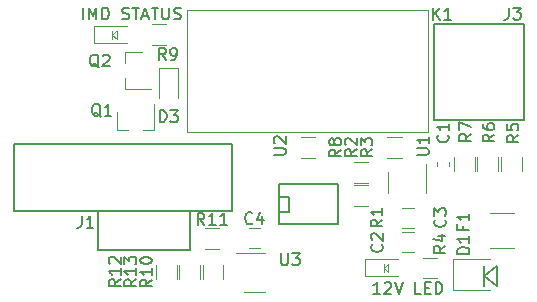
<source format=gto>
G04 #@! TF.GenerationSoftware,KiCad,Pcbnew,(5.1.4-0-10_14)*
G04 #@! TF.CreationDate,2020-01-14T22:25:27-05:00*
G04 #@! TF.ProjectId,IMD_LATCH,494d445f-4c41-4544-9348-2e6b69636164,1*
G04 #@! TF.SameCoordinates,Original*
G04 #@! TF.FileFunction,Legend,Top*
G04 #@! TF.FilePolarity,Positive*
%FSLAX46Y46*%
G04 Gerber Fmt 4.6, Leading zero omitted, Abs format (unit mm)*
G04 Created by KiCad (PCBNEW (5.1.4-0-10_14)) date 2020-01-14 22:25:27*
%MOMM*%
%LPD*%
G04 APERTURE LIST*
%ADD10C,0.120000*%
%ADD11C,0.200000*%
%ADD12C,0.100000*%
%ADD13C,0.150000*%
G04 APERTURE END LIST*
D10*
X151648700Y-120901579D02*
X151648700Y-120576021D01*
X152668700Y-120901579D02*
X152668700Y-120576021D01*
X148712300Y-128167500D02*
X149712300Y-128167500D01*
X149712300Y-126467500D02*
X148712300Y-126467500D01*
D11*
X156797300Y-131098800D02*
X155697300Y-130198800D01*
X156797300Y-129398800D02*
X156797300Y-131098800D01*
X155697300Y-130198800D02*
X156797300Y-129398800D01*
X155697300Y-129398800D02*
X155697300Y-131098800D01*
D10*
X153022300Y-128765300D02*
X153022300Y-131432300D01*
X153022300Y-131432300D02*
X156197300Y-131432300D01*
X153022300Y-128765300D02*
X156197300Y-128765300D01*
D12*
X147221600Y-129877300D02*
X147221600Y-129527300D01*
X147221600Y-129527300D02*
X147221600Y-129177300D01*
X147571600Y-129877300D02*
X147221600Y-129527300D01*
X147571600Y-129827300D02*
X147571600Y-129877300D01*
X147571600Y-129877300D02*
X147571600Y-129827300D01*
X147571600Y-129177300D02*
X147571600Y-129827300D01*
X147521600Y-129227300D02*
X147571600Y-129177300D01*
X147221600Y-129527300D02*
X147521600Y-129227300D01*
D10*
X145621600Y-128827300D02*
X145621600Y-130227300D01*
X145621600Y-130227300D02*
X148421600Y-130227300D01*
X145621600Y-128827300D02*
X148421600Y-128827300D01*
X129755800Y-112598400D02*
X128155800Y-112598400D01*
X128155800Y-112598400D02*
X128155800Y-115198400D01*
X129755800Y-112598400D02*
X129755800Y-115198400D01*
X122609200Y-109104200D02*
X125409200Y-109104200D01*
X122609200Y-110504200D02*
X125409200Y-110504200D01*
X122609200Y-109104200D02*
X122609200Y-110504200D01*
D12*
X124209200Y-109804200D02*
X124509200Y-109504200D01*
X124509200Y-109504200D02*
X124559200Y-109454200D01*
X124559200Y-109454200D02*
X124559200Y-110104200D01*
X124559200Y-110154200D02*
X124559200Y-110104200D01*
X124559200Y-110104200D02*
X124559200Y-110154200D01*
X124559200Y-110154200D02*
X124209200Y-109804200D01*
X124209200Y-109804200D02*
X124209200Y-109454200D01*
X124209200Y-110154200D02*
X124209200Y-109804200D01*
D10*
X156213300Y-124897700D02*
X158213300Y-124897700D01*
X158213300Y-127857700D02*
X156213300Y-127857700D01*
D13*
X122947600Y-124733700D02*
X122947600Y-128043700D01*
X122947600Y-128043700D02*
X130747600Y-128043700D01*
X130747600Y-128043700D02*
X130747600Y-124733700D01*
X134347600Y-124733700D02*
X134347600Y-119011700D01*
X115847600Y-124733700D02*
X115847600Y-119011700D01*
X134347600Y-124733700D02*
X115847600Y-124733700D01*
X134347600Y-119011700D02*
X115847600Y-119011700D01*
X151396700Y-117043200D02*
X151396700Y-108915200D01*
X151396700Y-108915200D02*
X159016700Y-108915200D01*
X159016700Y-108915200D02*
X159016700Y-117043200D01*
X159016700Y-117043200D02*
X151396700Y-117043200D01*
D10*
X130521400Y-118040300D02*
X150961400Y-118040300D01*
X150961400Y-118040300D02*
X150961400Y-107740300D01*
X130521400Y-118040300D02*
X130521400Y-107740300D01*
X130521400Y-107740300D02*
X150961400Y-107740300D01*
X124569100Y-117841300D02*
X124569100Y-116381300D01*
X127729100Y-117841300D02*
X127729100Y-115681300D01*
X127729100Y-117841300D02*
X126799100Y-117841300D01*
X124569100Y-117841300D02*
X125499100Y-117841300D01*
X125274800Y-111234100D02*
X125274800Y-112164100D01*
X125274800Y-114394100D02*
X125274800Y-113464100D01*
X125274800Y-114394100D02*
X127434800Y-114394100D01*
X125274800Y-111234100D02*
X126734800Y-111234100D01*
X145849900Y-124324000D02*
X144649900Y-124324000D01*
X144649900Y-122564000D02*
X145849900Y-122564000D01*
X145849900Y-122323750D02*
X144649900Y-122323750D01*
X144649900Y-120563750D02*
X145849900Y-120563750D01*
X147494700Y-118500000D02*
X148694700Y-118500000D01*
X148694700Y-120260000D02*
X147494700Y-120260000D01*
X150530000Y-128672700D02*
X151730000Y-128672700D01*
X151730000Y-130432700D02*
X150530000Y-130432700D01*
X157146100Y-121364300D02*
X157146100Y-120164300D01*
X158906100Y-120164300D02*
X158906100Y-121364300D01*
X155114100Y-121351600D02*
X155114100Y-120151600D01*
X156874100Y-120151600D02*
X156874100Y-121351600D01*
X153145600Y-121351600D02*
X153145600Y-120151600D01*
X154905600Y-120151600D02*
X154905600Y-121351600D01*
X141341400Y-120209200D02*
X140141400Y-120209200D01*
X140141400Y-118449200D02*
X141341400Y-118449200D01*
X128755700Y-110658800D02*
X127555700Y-110658800D01*
X127555700Y-108898800D02*
X128755700Y-108898800D01*
X131847700Y-130460000D02*
X131847700Y-129260000D01*
X133607700Y-129260000D02*
X133607700Y-130460000D01*
X132064200Y-126158100D02*
X133264200Y-126158100D01*
X133264200Y-127918100D02*
X132064200Y-127918100D01*
X129670700Y-129257500D02*
X129670700Y-130457500D01*
X127910700Y-130457500D02*
X127910700Y-129257500D01*
X131639200Y-129257500D02*
X131639200Y-130457500D01*
X129879200Y-130457500D02*
X129879200Y-129257500D01*
X150720700Y-123201000D02*
X150720700Y-120751000D01*
X147500700Y-121401000D02*
X147500700Y-123201000D01*
D13*
X143343000Y-122467900D02*
X138343000Y-122467900D01*
X138343000Y-125867900D02*
X138343000Y-122467900D01*
X138413000Y-123532900D02*
X139175000Y-123532900D01*
X139175000Y-123532900D02*
X139175000Y-124802900D01*
X139175000Y-124802900D02*
X138413000Y-124802900D01*
X143343000Y-125867900D02*
X143343000Y-122467900D01*
X143343000Y-125867900D02*
X138343000Y-125867900D01*
D10*
X135320200Y-131543700D02*
X137120200Y-131543700D01*
X137120200Y-128323700D02*
X134670200Y-128323700D01*
X149712300Y-124499000D02*
X148712300Y-124499000D01*
X148712300Y-126199000D02*
X149712300Y-126199000D01*
X135732900Y-127875400D02*
X136732900Y-127875400D01*
X136732900Y-126175400D02*
X135732900Y-126175400D01*
D13*
X152592042Y-118289166D02*
X152639661Y-118336785D01*
X152687280Y-118479642D01*
X152687280Y-118574880D01*
X152639661Y-118717738D01*
X152544423Y-118812976D01*
X152449185Y-118860595D01*
X152258709Y-118908214D01*
X152115852Y-118908214D01*
X151925376Y-118860595D01*
X151830138Y-118812976D01*
X151734900Y-118717738D01*
X151687280Y-118574880D01*
X151687280Y-118479642D01*
X151734900Y-118336785D01*
X151782519Y-118289166D01*
X152687280Y-117336785D02*
X152687280Y-117908214D01*
X152687280Y-117622500D02*
X151687280Y-117622500D01*
X151830138Y-117717738D01*
X151925376Y-117812976D01*
X151972995Y-117908214D01*
X147004042Y-127560366D02*
X147051661Y-127607985D01*
X147099280Y-127750842D01*
X147099280Y-127846080D01*
X147051661Y-127988938D01*
X146956423Y-128084176D01*
X146861185Y-128131795D01*
X146670709Y-128179414D01*
X146527852Y-128179414D01*
X146337376Y-128131795D01*
X146242138Y-128084176D01*
X146146900Y-127988938D01*
X146099280Y-127846080D01*
X146099280Y-127750842D01*
X146146900Y-127607985D01*
X146194519Y-127560366D01*
X146194519Y-127179414D02*
X146146900Y-127131795D01*
X146099280Y-127036557D01*
X146099280Y-126798461D01*
X146146900Y-126703223D01*
X146194519Y-126655604D01*
X146289757Y-126607985D01*
X146384995Y-126607985D01*
X146527852Y-126655604D01*
X147099280Y-127227033D01*
X147099280Y-126607985D01*
X154414480Y-128360395D02*
X153414480Y-128360395D01*
X153414480Y-128122300D01*
X153462100Y-127979442D01*
X153557338Y-127884204D01*
X153652576Y-127836585D01*
X153843052Y-127788966D01*
X153985909Y-127788966D01*
X154176385Y-127836585D01*
X154271623Y-127884204D01*
X154366861Y-127979442D01*
X154414480Y-128122300D01*
X154414480Y-128360395D01*
X154414480Y-126836585D02*
X154414480Y-127408014D01*
X154414480Y-127122300D02*
X153414480Y-127122300D01*
X153557338Y-127217538D01*
X153652576Y-127312776D01*
X153700195Y-127408014D01*
X146867857Y-131744980D02*
X146296428Y-131744980D01*
X146582142Y-131744980D02*
X146582142Y-130744980D01*
X146486904Y-130887838D01*
X146391666Y-130983076D01*
X146296428Y-131030695D01*
X147248809Y-130840219D02*
X147296428Y-130792600D01*
X147391666Y-130744980D01*
X147629761Y-130744980D01*
X147725000Y-130792600D01*
X147772619Y-130840219D01*
X147820238Y-130935457D01*
X147820238Y-131030695D01*
X147772619Y-131173552D01*
X147201190Y-131744980D01*
X147820238Y-131744980D01*
X148105952Y-130744980D02*
X148439285Y-131744980D01*
X148772619Y-130744980D01*
X150344047Y-131744980D02*
X149867857Y-131744980D01*
X149867857Y-130744980D01*
X150677380Y-131221171D02*
X151010714Y-131221171D01*
X151153571Y-131744980D02*
X150677380Y-131744980D01*
X150677380Y-130744980D01*
X151153571Y-130744980D01*
X151582142Y-131744980D02*
X151582142Y-130744980D01*
X151820238Y-130744980D01*
X151963095Y-130792600D01*
X152058333Y-130887838D01*
X152105952Y-130983076D01*
X152153571Y-131173552D01*
X152153571Y-131316409D01*
X152105952Y-131506885D01*
X152058333Y-131602123D01*
X151963095Y-131697361D01*
X151820238Y-131744980D01*
X151582142Y-131744980D01*
X128217704Y-117203480D02*
X128217704Y-116203480D01*
X128455800Y-116203480D01*
X128598657Y-116251100D01*
X128693895Y-116346338D01*
X128741514Y-116441576D01*
X128789133Y-116632052D01*
X128789133Y-116774909D01*
X128741514Y-116965385D01*
X128693895Y-117060623D01*
X128598657Y-117155861D01*
X128455800Y-117203480D01*
X128217704Y-117203480D01*
X129122466Y-116203480D02*
X129741514Y-116203480D01*
X129408180Y-116584433D01*
X129551038Y-116584433D01*
X129646276Y-116632052D01*
X129693895Y-116679671D01*
X129741514Y-116774909D01*
X129741514Y-117013004D01*
X129693895Y-117108242D01*
X129646276Y-117155861D01*
X129551038Y-117203480D01*
X129265323Y-117203480D01*
X129170085Y-117155861D01*
X129122466Y-117108242D01*
X121712552Y-108503980D02*
X121712552Y-107503980D01*
X122188742Y-108503980D02*
X122188742Y-107503980D01*
X122522076Y-108218266D01*
X122855409Y-107503980D01*
X122855409Y-108503980D01*
X123331600Y-108503980D02*
X123331600Y-107503980D01*
X123569695Y-107503980D01*
X123712552Y-107551600D01*
X123807790Y-107646838D01*
X123855409Y-107742076D01*
X123903028Y-107932552D01*
X123903028Y-108075409D01*
X123855409Y-108265885D01*
X123807790Y-108361123D01*
X123712552Y-108456361D01*
X123569695Y-108503980D01*
X123331600Y-108503980D01*
X125045885Y-108456361D02*
X125188742Y-108503980D01*
X125426838Y-108503980D01*
X125522076Y-108456361D01*
X125569695Y-108408742D01*
X125617314Y-108313504D01*
X125617314Y-108218266D01*
X125569695Y-108123028D01*
X125522076Y-108075409D01*
X125426838Y-108027790D01*
X125236361Y-107980171D01*
X125141123Y-107932552D01*
X125093504Y-107884933D01*
X125045885Y-107789695D01*
X125045885Y-107694457D01*
X125093504Y-107599219D01*
X125141123Y-107551600D01*
X125236361Y-107503980D01*
X125474457Y-107503980D01*
X125617314Y-107551600D01*
X125903028Y-107503980D02*
X126474457Y-107503980D01*
X126188742Y-108503980D02*
X126188742Y-107503980D01*
X126760171Y-108218266D02*
X127236361Y-108218266D01*
X126664933Y-108503980D02*
X126998266Y-107503980D01*
X127331600Y-108503980D01*
X127522076Y-107503980D02*
X128093504Y-107503980D01*
X127807790Y-108503980D02*
X127807790Y-107503980D01*
X128426838Y-107503980D02*
X128426838Y-108313504D01*
X128474457Y-108408742D01*
X128522076Y-108456361D01*
X128617314Y-108503980D01*
X128807790Y-108503980D01*
X128903028Y-108456361D01*
X128950647Y-108408742D01*
X128998266Y-108313504D01*
X128998266Y-107503980D01*
X129426838Y-108456361D02*
X129569695Y-108503980D01*
X129807790Y-108503980D01*
X129903028Y-108456361D01*
X129950647Y-108408742D01*
X129998266Y-108313504D01*
X129998266Y-108218266D01*
X129950647Y-108123028D01*
X129903028Y-108075409D01*
X129807790Y-108027790D01*
X129617314Y-107980171D01*
X129522076Y-107932552D01*
X129474457Y-107884933D01*
X129426838Y-107789695D01*
X129426838Y-107694457D01*
X129474457Y-107599219D01*
X129522076Y-107551600D01*
X129617314Y-107503980D01*
X129855409Y-107503980D01*
X129998266Y-107551600D01*
X153890671Y-125987133D02*
X153890671Y-126320466D01*
X154414480Y-126320466D02*
X153414480Y-126320466D01*
X153414480Y-125844276D01*
X154414480Y-124939514D02*
X154414480Y-125510942D01*
X154414480Y-125225228D02*
X153414480Y-125225228D01*
X153557338Y-125320466D01*
X153652576Y-125415704D01*
X153700195Y-125510942D01*
X121599366Y-125131580D02*
X121599366Y-125845866D01*
X121551747Y-125988723D01*
X121456509Y-126083961D01*
X121313652Y-126131580D01*
X121218414Y-126131580D01*
X122599366Y-126131580D02*
X122027938Y-126131580D01*
X122313652Y-126131580D02*
X122313652Y-125131580D01*
X122218414Y-125274438D01*
X122123176Y-125369676D01*
X122027938Y-125417295D01*
X157768966Y-107516680D02*
X157768966Y-108230966D01*
X157721347Y-108373823D01*
X157626109Y-108469061D01*
X157483252Y-108516680D01*
X157388014Y-108516680D01*
X158149919Y-107516680D02*
X158768966Y-107516680D01*
X158435633Y-107897633D01*
X158578490Y-107897633D01*
X158673728Y-107945252D01*
X158721347Y-107992871D01*
X158768966Y-108088109D01*
X158768966Y-108326204D01*
X158721347Y-108421442D01*
X158673728Y-108469061D01*
X158578490Y-108516680D01*
X158292776Y-108516680D01*
X158197538Y-108469061D01*
X158149919Y-108421442D01*
X151344404Y-108542080D02*
X151344404Y-107542080D01*
X151915833Y-108542080D02*
X151487261Y-107970652D01*
X151915833Y-107542080D02*
X151344404Y-108113509D01*
X152868214Y-108542080D02*
X152296785Y-108542080D01*
X152582500Y-108542080D02*
X152582500Y-107542080D01*
X152487261Y-107684938D01*
X152392023Y-107780176D01*
X152296785Y-107827795D01*
X123209061Y-116752619D02*
X123113823Y-116705000D01*
X123018585Y-116609761D01*
X122875728Y-116466904D01*
X122780490Y-116419285D01*
X122685252Y-116419285D01*
X122732871Y-116657380D02*
X122637633Y-116609761D01*
X122542395Y-116514523D01*
X122494776Y-116324047D01*
X122494776Y-115990714D01*
X122542395Y-115800238D01*
X122637633Y-115705000D01*
X122732871Y-115657380D01*
X122923347Y-115657380D01*
X123018585Y-115705000D01*
X123113823Y-115800238D01*
X123161442Y-115990714D01*
X123161442Y-116324047D01*
X123113823Y-116514523D01*
X123018585Y-116609761D01*
X122923347Y-116657380D01*
X122732871Y-116657380D01*
X124113823Y-116657380D02*
X123542395Y-116657380D01*
X123828109Y-116657380D02*
X123828109Y-115657380D01*
X123732871Y-115800238D01*
X123637633Y-115895476D01*
X123542395Y-115943095D01*
X123056661Y-112574319D02*
X122961423Y-112526700D01*
X122866185Y-112431461D01*
X122723328Y-112288604D01*
X122628090Y-112240985D01*
X122532852Y-112240985D01*
X122580471Y-112479080D02*
X122485233Y-112431461D01*
X122389995Y-112336223D01*
X122342376Y-112145747D01*
X122342376Y-111812414D01*
X122389995Y-111621938D01*
X122485233Y-111526700D01*
X122580471Y-111479080D01*
X122770947Y-111479080D01*
X122866185Y-111526700D01*
X122961423Y-111621938D01*
X123009042Y-111812414D01*
X123009042Y-112145747D01*
X122961423Y-112336223D01*
X122866185Y-112431461D01*
X122770947Y-112479080D01*
X122580471Y-112479080D01*
X123389995Y-111574319D02*
X123437614Y-111526700D01*
X123532852Y-111479080D01*
X123770947Y-111479080D01*
X123866185Y-111526700D01*
X123913804Y-111574319D01*
X123961423Y-111669557D01*
X123961423Y-111764795D01*
X123913804Y-111907652D01*
X123342376Y-112479080D01*
X123961423Y-112479080D01*
X147061180Y-125464866D02*
X146584990Y-125798200D01*
X147061180Y-126036295D02*
X146061180Y-126036295D01*
X146061180Y-125655342D01*
X146108800Y-125560104D01*
X146156419Y-125512485D01*
X146251657Y-125464866D01*
X146394514Y-125464866D01*
X146489752Y-125512485D01*
X146537371Y-125560104D01*
X146584990Y-125655342D01*
X146584990Y-126036295D01*
X147061180Y-124512485D02*
X147061180Y-125083914D01*
X147061180Y-124798200D02*
X146061180Y-124798200D01*
X146204038Y-124893438D01*
X146299276Y-124988676D01*
X146346895Y-125083914D01*
X144876780Y-119508566D02*
X144400590Y-119841900D01*
X144876780Y-120079995D02*
X143876780Y-120079995D01*
X143876780Y-119699042D01*
X143924400Y-119603804D01*
X143972019Y-119556185D01*
X144067257Y-119508566D01*
X144210114Y-119508566D01*
X144305352Y-119556185D01*
X144352971Y-119603804D01*
X144400590Y-119699042D01*
X144400590Y-120079995D01*
X143972019Y-119127614D02*
X143924400Y-119079995D01*
X143876780Y-118984757D01*
X143876780Y-118746661D01*
X143924400Y-118651423D01*
X143972019Y-118603804D01*
X144067257Y-118556185D01*
X144162495Y-118556185D01*
X144305352Y-118603804D01*
X144876780Y-119175233D01*
X144876780Y-118556185D01*
X146222980Y-119508566D02*
X145746790Y-119841900D01*
X146222980Y-120079995D02*
X145222980Y-120079995D01*
X145222980Y-119699042D01*
X145270600Y-119603804D01*
X145318219Y-119556185D01*
X145413457Y-119508566D01*
X145556314Y-119508566D01*
X145651552Y-119556185D01*
X145699171Y-119603804D01*
X145746790Y-119699042D01*
X145746790Y-120079995D01*
X145222980Y-119175233D02*
X145222980Y-118556185D01*
X145603933Y-118889519D01*
X145603933Y-118746661D01*
X145651552Y-118651423D01*
X145699171Y-118603804D01*
X145794409Y-118556185D01*
X146032504Y-118556185D01*
X146127742Y-118603804D01*
X146175361Y-118651423D01*
X146222980Y-118746661D01*
X146222980Y-119032376D01*
X146175361Y-119127614D01*
X146127742Y-119175233D01*
X152407880Y-127674666D02*
X151931690Y-128008000D01*
X152407880Y-128246095D02*
X151407880Y-128246095D01*
X151407880Y-127865142D01*
X151455500Y-127769904D01*
X151503119Y-127722285D01*
X151598357Y-127674666D01*
X151741214Y-127674666D01*
X151836452Y-127722285D01*
X151884071Y-127769904D01*
X151931690Y-127865142D01*
X151931690Y-128246095D01*
X151741214Y-126817523D02*
X152407880Y-126817523D01*
X151360261Y-127055619D02*
X152074547Y-127293714D01*
X152074547Y-126674666D01*
X158580080Y-118289366D02*
X158103890Y-118622700D01*
X158580080Y-118860795D02*
X157580080Y-118860795D01*
X157580080Y-118479842D01*
X157627700Y-118384604D01*
X157675319Y-118336985D01*
X157770557Y-118289366D01*
X157913414Y-118289366D01*
X158008652Y-118336985D01*
X158056271Y-118384604D01*
X158103890Y-118479842D01*
X158103890Y-118860795D01*
X157580080Y-117384604D02*
X157580080Y-117860795D01*
X158056271Y-117908414D01*
X158008652Y-117860795D01*
X157961033Y-117765557D01*
X157961033Y-117527461D01*
X158008652Y-117432223D01*
X158056271Y-117384604D01*
X158151509Y-117336985D01*
X158389604Y-117336985D01*
X158484842Y-117384604D01*
X158532461Y-117432223D01*
X158580080Y-117527461D01*
X158580080Y-117765557D01*
X158532461Y-117860795D01*
X158484842Y-117908414D01*
X156548080Y-118251266D02*
X156071890Y-118584600D01*
X156548080Y-118822695D02*
X155548080Y-118822695D01*
X155548080Y-118441742D01*
X155595700Y-118346504D01*
X155643319Y-118298885D01*
X155738557Y-118251266D01*
X155881414Y-118251266D01*
X155976652Y-118298885D01*
X156024271Y-118346504D01*
X156071890Y-118441742D01*
X156071890Y-118822695D01*
X155548080Y-117394123D02*
X155548080Y-117584600D01*
X155595700Y-117679838D01*
X155643319Y-117727457D01*
X155786176Y-117822695D01*
X155976652Y-117870314D01*
X156357604Y-117870314D01*
X156452842Y-117822695D01*
X156500461Y-117775076D01*
X156548080Y-117679838D01*
X156548080Y-117489361D01*
X156500461Y-117394123D01*
X156452842Y-117346504D01*
X156357604Y-117298885D01*
X156119509Y-117298885D01*
X156024271Y-117346504D01*
X155976652Y-117394123D01*
X155929033Y-117489361D01*
X155929033Y-117679838D01*
X155976652Y-117775076D01*
X156024271Y-117822695D01*
X156119509Y-117870314D01*
X154579580Y-118200466D02*
X154103390Y-118533800D01*
X154579580Y-118771895D02*
X153579580Y-118771895D01*
X153579580Y-118390942D01*
X153627200Y-118295704D01*
X153674819Y-118248085D01*
X153770057Y-118200466D01*
X153912914Y-118200466D01*
X154008152Y-118248085D01*
X154055771Y-118295704D01*
X154103390Y-118390942D01*
X154103390Y-118771895D01*
X153579580Y-117867133D02*
X153579580Y-117200466D01*
X154579580Y-117629038D01*
X143568680Y-119533966D02*
X143092490Y-119867300D01*
X143568680Y-120105395D02*
X142568680Y-120105395D01*
X142568680Y-119724442D01*
X142616300Y-119629204D01*
X142663919Y-119581585D01*
X142759157Y-119533966D01*
X142902014Y-119533966D01*
X142997252Y-119581585D01*
X143044871Y-119629204D01*
X143092490Y-119724442D01*
X143092490Y-120105395D01*
X142997252Y-118962538D02*
X142949633Y-119057776D01*
X142902014Y-119105395D01*
X142806776Y-119153014D01*
X142759157Y-119153014D01*
X142663919Y-119105395D01*
X142616300Y-119057776D01*
X142568680Y-118962538D01*
X142568680Y-118772061D01*
X142616300Y-118676823D01*
X142663919Y-118629204D01*
X142759157Y-118581585D01*
X142806776Y-118581585D01*
X142902014Y-118629204D01*
X142949633Y-118676823D01*
X142997252Y-118772061D01*
X142997252Y-118962538D01*
X143044871Y-119057776D01*
X143092490Y-119105395D01*
X143187728Y-119153014D01*
X143378204Y-119153014D01*
X143473442Y-119105395D01*
X143521061Y-119057776D01*
X143568680Y-118962538D01*
X143568680Y-118772061D01*
X143521061Y-118676823D01*
X143473442Y-118629204D01*
X143378204Y-118581585D01*
X143187728Y-118581585D01*
X143092490Y-118629204D01*
X143044871Y-118676823D01*
X142997252Y-118772061D01*
X128725633Y-111945680D02*
X128392300Y-111469490D01*
X128154204Y-111945680D02*
X128154204Y-110945680D01*
X128535157Y-110945680D01*
X128630395Y-110993300D01*
X128678014Y-111040919D01*
X128725633Y-111136157D01*
X128725633Y-111279014D01*
X128678014Y-111374252D01*
X128630395Y-111421871D01*
X128535157Y-111469490D01*
X128154204Y-111469490D01*
X129201823Y-111945680D02*
X129392300Y-111945680D01*
X129487538Y-111898061D01*
X129535157Y-111850442D01*
X129630395Y-111707585D01*
X129678014Y-111517109D01*
X129678014Y-111136157D01*
X129630395Y-111040919D01*
X129582776Y-110993300D01*
X129487538Y-110945680D01*
X129297061Y-110945680D01*
X129201823Y-110993300D01*
X129154204Y-111040919D01*
X129106585Y-111136157D01*
X129106585Y-111374252D01*
X129154204Y-111469490D01*
X129201823Y-111517109D01*
X129297061Y-111564728D01*
X129487538Y-111564728D01*
X129582776Y-111517109D01*
X129630395Y-111469490D01*
X129678014Y-111374252D01*
X127553980Y-130538457D02*
X127077790Y-130871790D01*
X127553980Y-131109885D02*
X126553980Y-131109885D01*
X126553980Y-130728933D01*
X126601600Y-130633695D01*
X126649219Y-130586076D01*
X126744457Y-130538457D01*
X126887314Y-130538457D01*
X126982552Y-130586076D01*
X127030171Y-130633695D01*
X127077790Y-130728933D01*
X127077790Y-131109885D01*
X127553980Y-129586076D02*
X127553980Y-130157504D01*
X127553980Y-129871790D02*
X126553980Y-129871790D01*
X126696838Y-129967028D01*
X126792076Y-130062266D01*
X126839695Y-130157504D01*
X126553980Y-128967028D02*
X126553980Y-128871790D01*
X126601600Y-128776552D01*
X126649219Y-128728933D01*
X126744457Y-128681314D01*
X126934933Y-128633695D01*
X127173028Y-128633695D01*
X127363504Y-128681314D01*
X127458742Y-128728933D01*
X127506361Y-128776552D01*
X127553980Y-128871790D01*
X127553980Y-128967028D01*
X127506361Y-129062266D01*
X127458742Y-129109885D01*
X127363504Y-129157504D01*
X127173028Y-129205123D01*
X126934933Y-129205123D01*
X126744457Y-129157504D01*
X126649219Y-129109885D01*
X126601600Y-129062266D01*
X126553980Y-128967028D01*
X131995942Y-125902980D02*
X131662609Y-125426790D01*
X131424514Y-125902980D02*
X131424514Y-124902980D01*
X131805466Y-124902980D01*
X131900704Y-124950600D01*
X131948323Y-124998219D01*
X131995942Y-125093457D01*
X131995942Y-125236314D01*
X131948323Y-125331552D01*
X131900704Y-125379171D01*
X131805466Y-125426790D01*
X131424514Y-125426790D01*
X132948323Y-125902980D02*
X132376895Y-125902980D01*
X132662609Y-125902980D02*
X132662609Y-124902980D01*
X132567371Y-125045838D01*
X132472133Y-125141076D01*
X132376895Y-125188695D01*
X133900704Y-125902980D02*
X133329276Y-125902980D01*
X133614990Y-125902980D02*
X133614990Y-124902980D01*
X133519752Y-125045838D01*
X133424514Y-125141076D01*
X133329276Y-125188695D01*
X124899680Y-130513057D02*
X124423490Y-130846390D01*
X124899680Y-131084485D02*
X123899680Y-131084485D01*
X123899680Y-130703533D01*
X123947300Y-130608295D01*
X123994919Y-130560676D01*
X124090157Y-130513057D01*
X124233014Y-130513057D01*
X124328252Y-130560676D01*
X124375871Y-130608295D01*
X124423490Y-130703533D01*
X124423490Y-131084485D01*
X124899680Y-129560676D02*
X124899680Y-130132104D01*
X124899680Y-129846390D02*
X123899680Y-129846390D01*
X124042538Y-129941628D01*
X124137776Y-130036866D01*
X124185395Y-130132104D01*
X123994919Y-129179723D02*
X123947300Y-129132104D01*
X123899680Y-129036866D01*
X123899680Y-128798771D01*
X123947300Y-128703533D01*
X123994919Y-128655914D01*
X124090157Y-128608295D01*
X124185395Y-128608295D01*
X124328252Y-128655914D01*
X124899680Y-129227342D01*
X124899680Y-128608295D01*
X126220480Y-130513057D02*
X125744290Y-130846390D01*
X126220480Y-131084485D02*
X125220480Y-131084485D01*
X125220480Y-130703533D01*
X125268100Y-130608295D01*
X125315719Y-130560676D01*
X125410957Y-130513057D01*
X125553814Y-130513057D01*
X125649052Y-130560676D01*
X125696671Y-130608295D01*
X125744290Y-130703533D01*
X125744290Y-131084485D01*
X126220480Y-129560676D02*
X126220480Y-130132104D01*
X126220480Y-129846390D02*
X125220480Y-129846390D01*
X125363338Y-129941628D01*
X125458576Y-130036866D01*
X125506195Y-130132104D01*
X125220480Y-129227342D02*
X125220480Y-128608295D01*
X125601433Y-128941628D01*
X125601433Y-128798771D01*
X125649052Y-128703533D01*
X125696671Y-128655914D01*
X125791909Y-128608295D01*
X126030004Y-128608295D01*
X126125242Y-128655914D01*
X126172861Y-128703533D01*
X126220480Y-128798771D01*
X126220480Y-129084485D01*
X126172861Y-129179723D01*
X126125242Y-129227342D01*
X149985480Y-119989504D02*
X150795004Y-119989504D01*
X150890242Y-119941885D01*
X150937861Y-119894266D01*
X150985480Y-119799028D01*
X150985480Y-119608552D01*
X150937861Y-119513314D01*
X150890242Y-119465695D01*
X150795004Y-119418076D01*
X149985480Y-119418076D01*
X150985480Y-118418076D02*
X150985480Y-118989504D01*
X150985480Y-118703790D02*
X149985480Y-118703790D01*
X150128338Y-118799028D01*
X150223576Y-118894266D01*
X150271195Y-118989504D01*
X137869680Y-119976804D02*
X138679204Y-119976804D01*
X138774442Y-119929185D01*
X138822061Y-119881566D01*
X138869680Y-119786328D01*
X138869680Y-119595852D01*
X138822061Y-119500614D01*
X138774442Y-119452995D01*
X138679204Y-119405376D01*
X137869680Y-119405376D01*
X137964919Y-118976804D02*
X137917300Y-118929185D01*
X137869680Y-118833947D01*
X137869680Y-118595852D01*
X137917300Y-118500614D01*
X137964919Y-118452995D01*
X138060157Y-118405376D01*
X138155395Y-118405376D01*
X138298252Y-118452995D01*
X138869680Y-119024423D01*
X138869680Y-118405376D01*
X138480895Y-128306580D02*
X138480895Y-129116104D01*
X138528514Y-129211342D01*
X138576133Y-129258961D01*
X138671371Y-129306580D01*
X138861847Y-129306580D01*
X138957085Y-129258961D01*
X139004704Y-129211342D01*
X139052323Y-129116104D01*
X139052323Y-128306580D01*
X139433276Y-128306580D02*
X140052323Y-128306580D01*
X139718990Y-128687533D01*
X139861847Y-128687533D01*
X139957085Y-128735152D01*
X140004704Y-128782771D01*
X140052323Y-128878009D01*
X140052323Y-129116104D01*
X140004704Y-129211342D01*
X139957085Y-129258961D01*
X139861847Y-129306580D01*
X139576133Y-129306580D01*
X139480895Y-129258961D01*
X139433276Y-129211342D01*
X152338042Y-125464866D02*
X152385661Y-125512485D01*
X152433280Y-125655342D01*
X152433280Y-125750580D01*
X152385661Y-125893438D01*
X152290423Y-125988676D01*
X152195185Y-126036295D01*
X152004709Y-126083914D01*
X151861852Y-126083914D01*
X151671376Y-126036295D01*
X151576138Y-125988676D01*
X151480900Y-125893438D01*
X151433280Y-125750580D01*
X151433280Y-125655342D01*
X151480900Y-125512485D01*
X151528519Y-125464866D01*
X151433280Y-125131533D02*
X151433280Y-124512485D01*
X151814233Y-124845819D01*
X151814233Y-124702961D01*
X151861852Y-124607723D01*
X151909471Y-124560104D01*
X152004709Y-124512485D01*
X152242804Y-124512485D01*
X152338042Y-124560104D01*
X152385661Y-124607723D01*
X152433280Y-124702961D01*
X152433280Y-124988676D01*
X152385661Y-125083914D01*
X152338042Y-125131533D01*
X136053533Y-125744242D02*
X136005914Y-125791861D01*
X135863057Y-125839480D01*
X135767819Y-125839480D01*
X135624961Y-125791861D01*
X135529723Y-125696623D01*
X135482104Y-125601385D01*
X135434485Y-125410909D01*
X135434485Y-125268052D01*
X135482104Y-125077576D01*
X135529723Y-124982338D01*
X135624961Y-124887100D01*
X135767819Y-124839480D01*
X135863057Y-124839480D01*
X136005914Y-124887100D01*
X136053533Y-124934719D01*
X136910676Y-125172814D02*
X136910676Y-125839480D01*
X136672580Y-124791861D02*
X136434485Y-125506147D01*
X137053533Y-125506147D01*
M02*

</source>
